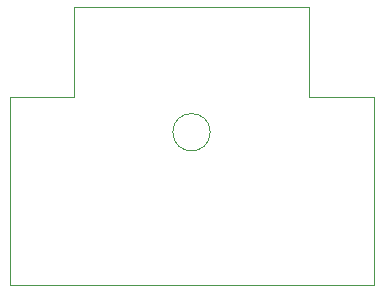
<source format=gbr>
G04 #@! TF.GenerationSoftware,KiCad,Pcbnew,(6.0.6-0)*
G04 #@! TF.CreationDate,2023-01-30T15:29:16-05:00*
G04 #@! TF.ProjectId,SNES2VGA,534e4553-3256-4474-912e-6b696361645f,1*
G04 #@! TF.SameCoordinates,Original*
G04 #@! TF.FileFunction,Profile,NP*
%FSLAX46Y46*%
G04 Gerber Fmt 4.6, Leading zero omitted, Abs format (unit mm)*
G04 Created by KiCad (PCBNEW (6.0.6-0)) date 2023-01-30 15:29:16*
%MOMM*%
%LPD*%
G01*
G04 APERTURE LIST*
G04 #@! TA.AperFunction,Profile*
%ADD10C,0.100000*%
G04 #@! TD*
G04 APERTURE END LIST*
D10*
X142520000Y-99090000D02*
G75*
G03*
X142520000Y-99090000I-1580000J0D01*
G01*
X130990000Y-88480000D02*
X130990000Y-96120000D01*
X125550000Y-96120000D02*
X130990000Y-96120000D01*
X125550000Y-96120000D02*
X125550000Y-112060000D01*
X125550000Y-112060000D02*
X156350000Y-112060000D01*
X156350000Y-96120000D02*
X156350000Y-112060000D01*
X150900000Y-96120000D02*
X156350000Y-96120000D01*
X150900000Y-88480000D02*
X150900000Y-96120000D01*
X130990000Y-88480000D02*
X150900000Y-88480000D01*
M02*

</source>
